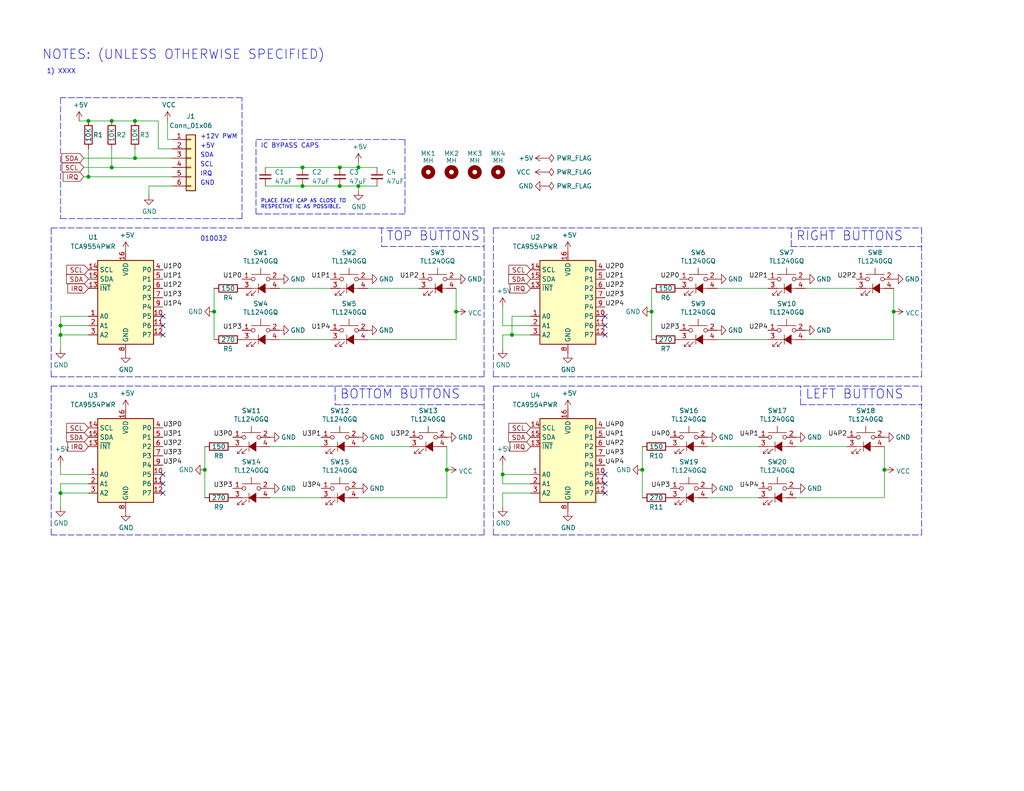
<source format=kicad_sch>
(kicad_sch (version 20231120) (generator "eeschema") (generator_version "8.0")
  (paper "A")
  (title_block (title "DDI Button Board") (date "2020-11-13") (rev "1") (company "OPENHORNET.COM") (comment 1 "CC BY-NC-SA"))
  (lib_symbols
    (symbol "Connector_Generic:Conn_01x06" (pin_names (offset 1.016) hide)
      (property "Reference" "J" (at 0 7.62 0))
      (property "Value" "Conn_01x06" (at 0 -10.16 0))
      (symbol "Conn_01x06_1_1"
        (rectangle (start -1.27 -7.493) (end 0 -7.747) (stroke (width 0.1524)))
        (rectangle (start -1.27 -4.953) (end 0 -5.207) (stroke (width 0.1524)))
        (rectangle (start -1.27 -2.413) (end 0 -2.667) (stroke (width 0.1524)))
        (rectangle (start -1.27 0.127) (end 0 -0.127) (stroke (width 0.1524)))
        (rectangle (start -1.27 2.667) (end 0 2.413) (stroke (width 0.1524)))
        (rectangle (start -1.27 5.207) (end 0 4.953) (stroke (width 0.1524)))
        (rectangle (start -1.27 6.35) (end 1.27 -8.89) (stroke (width 0.254)) (fill (type background)))
        (pin passive line (at -5.08 5.08 0) (length 3.81) (name "Pin_1") (number "1"))
        (pin passive line (at -5.08 2.54 0) (length 3.81) (name "Pin_2") (number "2"))
        (pin passive line (at -5.08 0 0) (length 3.81) (name "Pin_3") (number "3"))
        (pin passive line (at -5.08 -2.54 0) (length 3.81) (name "Pin_4") (number "4"))
        (pin passive line (at -5.08 -5.08 0) (length 3.81) (name "Pin_5") (number "5"))
        (pin passive line (at -5.08 -7.62 0) (length 3.81) (name "Pin_6") (number "6"))
      )
    )
    (symbol "Device:C_Small" (pin_numbers hide) (pin_names (offset 0.254) hide)
      (property "Reference" "C" (at 0.254 1.778 0))
      (property "Value" "C_Small" (at 0.254 -2.032 0))
      (symbol "C_Small_0_1"
        (polyline (pts (xy -1.524 -0.508) (xy 1.524 -0.508)) (stroke (width 0.3302)))
        (polyline (pts (xy -1.524 0.508) (xy 1.524 0.508)) (stroke (width 0.3048)))
      )
      (symbol "C_Small_1_1"
        (pin passive line (at 0 2.54 270) (length 2.032) (name "~") (number "1"))
        (pin passive line (at 0 -2.54 90) (length 2.032) (name "~") (number "2"))
      )
    )
    (symbol "Device:R" (pin_numbers hide) (pin_names (offset 0))
      (property "Reference" "R" (at 2.032 0 90))
      (property "Value" "R" (at 0 0 90))
      (symbol "R_0_1"
        (rectangle (start -1.016 -2.54) (end 1.016 2.54) (stroke (width 0.254)))
      )
      (symbol "R_1_1"
        (pin passive line (at 0 3.81 270) (length 1.27) (name "~") (number "1"))
        (pin passive line (at 0 -3.81 90) (length 1.27) (name "~") (number "2"))
      )
    )
    (symbol "Interface_Expansion:TCA9554PW"
      (property "Reference" "U" (at -7.62 11.43 0))
      (property "Value" "TCA9554PW" (at 2.54 11.43 0))
      (symbol "TCA9554PW_0_1"
        (rectangle (start -7.62 -12.7) (end 7.62 10.16) (stroke (width 0.254)) (fill (type background)))
      )
      (symbol "TCA9554PW_1_1"
        (pin input line (at -10.16 -5.08 0) (length 2.54) (name "A0") (number "1"))
        (pin bidirectional line (at 10.16 -5.08 180) (length 2.54) (name "P5") (number "10"))
        (pin bidirectional line (at 10.16 -7.62 180) (length 2.54) (name "P6") (number "11"))
        (pin bidirectional line (at 10.16 -10.16 180) (length 2.54) (name "P7") (number "12"))
        (pin open_collector line (at -10.16 2.54 0) (length 2.54) (name "~{INT}") (number "13"))
        (pin input line (at -10.16 7.62 0) (length 2.54) (name "SCL") (number "14"))
        (pin bidirectional line (at -10.16 5.08 0) (length 2.54) (name "SDA") (number "15"))
        (pin power_in line (at 0 12.7 270) (length 2.54) (name "VDD") (number "16"))
        (pin input line (at -10.16 -7.62 0) (length 2.54) (name "A1") (number "2"))
        (pin input line (at -10.16 -10.16 0) (length 2.54) (name "A2") (number "3"))
        (pin bidirectional line (at 10.16 7.62 180) (length 2.54) (name "P0") (number "4"))
        (pin bidirectional line (at 10.16 5.08 180) (length 2.54) (name "P1") (number "5"))
        (pin bidirectional line (at 10.16 2.54 180) (length 2.54) (name "P2") (number "6"))
        (pin bidirectional line (at 10.16 0 180) (length 2.54) (name "P3") (number "7"))
        (pin power_in line (at 0 -15.24 90) (length 2.54) (name "GND") (number "8"))
        (pin bidirectional line (at 10.16 -2.54 180) (length 2.54) (name "P4") (number "9"))
      )
    )
    (symbol "Mechanical:MountingHole" (pin_names (offset 1.016))
      (property "Reference" "H" (at 0 5.08 0))
      (property "Value" "MountingHole" (at 0 3.175 0))
      (symbol "MountingHole_0_1"
        (circle (center 0 0) (radius 1.27) (stroke (width 1.27)))
      )
    )
    (symbol "Switch:SW_Push_LED" (pin_names (offset 1.016) hide)
      (property "Reference" "SW" (at 0.635 5.715 0))
      (property "Value" "SW_Push_LED" (at 0 -3.175 0))
      (symbol "SW_Push_LED_0_0"
        (polyline (pts (xy -3.81 -1.905) (xy -2.54 -0.635)))
        (polyline (pts (xy -2.54 -1.905) (xy -1.27 -0.635)))
        (polyline (pts (xy -2.54 0) (xy 2.54 0)))
        (polyline (pts (xy -0.635 1.27) (xy -0.635 -1.27)))
        (polyline (pts (xy -3.81 -1.27) (xy -3.81 -1.905) (xy -3.175 -1.905)))
        (polyline (pts (xy -2.54 -1.27) (xy -2.54 -1.905) (xy -1.905 -1.905)))
        (polyline (pts (xy -0.635 0) (xy 1.27 1.27) (xy 1.27 -1.27) (xy -0.635 0)) (fill (type outline)))
      )
      (symbol "SW_Push_LED_0_1"
        (circle (center -2.032 2.54) (radius 0.508))
        (polyline (pts (xy 0 3.81) (xy 0 5.588)))
        (polyline (pts (xy 2.54 3.81) (xy -2.54 3.81)))
        (circle (center 2.032 2.54) (radius 0.508))
        (pin passive line (at -5.08 2.54 0) (length 2.54) (name "1") (number "1"))
        (pin passive line (at 5.08 2.54 180) (length 2.54) (name "2") (number "2"))
        (pin passive line (at -5.08 0 0) (length 2.54) (name "K") (number "3"))
        (pin passive line (at 5.08 0 180) (length 2.54) (name "A") (number "4"))
      )
    )
    (symbol "power:+5V" (power) (pin_names (offset 0))
      (property "Value" "+5V" (at 0 3.556 0))
      (symbol "+5V_0_1"
        (polyline (pts (xy -0.762 1.27) (xy 0 2.54)))
        (polyline (pts (xy 0 0) (xy 0 2.54)))
        (polyline (pts (xy 0 2.54) (xy 0.762 1.27)))
      )
      (symbol "+5V_1_1"
        (pin power_in line (at 0 0 90) (length 0) hide (name "+5V") (number "1"))
      )
    )
    (symbol "power:GND" (power) (pin_names (offset 0))
      (property "Value" "GND" (at 0 -3.81 0))
      (symbol "GND_0_1"
        (polyline (pts (xy 0 0) (xy 0 -1.27) (xy 1.27 -1.27) (xy 0 -2.54) (xy -1.27 -1.27) (xy 0 -1.27)))
      )
      (symbol "GND_1_1"
        (pin power_in line (at 0 0 270) (length 0) hide (name "GND") (number "1"))
      )
    )
    (symbol "power:PWR_FLAG" (power) (pin_numbers hide) (pin_names (offset 0) hide)
      (property "Value" "PWR_FLAG" (at 0 3.81 0))
      (symbol "PWR_FLAG_0_0"
        (pin power_out line (at 0 0 90) (length 0) (name "pwr") (number "1"))
      )
      (symbol "PWR_FLAG_0_1"
        (polyline (pts (xy 0 0) (xy 0 1.27) (xy -1.016 1.905) (xy 0 2.54) (xy 1.016 1.905) (xy 0 1.27)))
      )
    )
    (symbol "power:VCC" (power) (pin_names (offset 0))
      (property "Value" "VCC" (at 0 3.81 0))
      (symbol "VCC_0_1"
        (polyline (pts (xy -0.762 1.27) (xy 0 2.54)))
        (polyline (pts (xy 0 0) (xy 0 2.54)))
        (polyline (pts (xy 0 2.54) (xy 0.762 1.27)))
      )
      (symbol "VCC_1_1"
        (pin power_in line (at 0 0 90) (length 0) hide (name "VCC") (number "1"))
      )
    )
  )
  (junction (at 24.13 48.26))
  (junction (at 36.83 33.02))
  (junction (at 16.51 88.9))
  (junction (at 241.3 128.27))
  (junction (at 58.42 85.09))
  (junction (at 16.51 134.62))
  (junction (at 121.92 128.27))
  (junction (at 16.51 91.44))
  (junction (at 124.46 85.09))
  (junction (at 55.88 128.27))
  (junction (at 177.8 85.09))
  (junction (at 36.83 43.18))
  (junction (at 92.71 50.8))
  (junction (at 137.16 129.54))
  (junction (at 92.71 45.72))
  (junction (at 30.48 33.02))
  (junction (at 175.26 128.27))
  (junction (at 139.7 91.44))
  (junction (at 243.84 85.09))
  (junction (at 82.55 50.8))
  (junction (at 82.55 45.72))
  (junction (at 30.48 45.72))
  (junction (at 24.13 33.02))
  (junction (at 97.79 45.72))
  (junction (at 97.79 50.8))
  (no_connect (at 44.45 88.9))
  (no_connect (at 165.1 132.08))
  (no_connect (at 44.45 129.54))
  (no_connect (at 165.1 88.9))
  (no_connect (at 44.45 86.36))
  (no_connect (at 165.1 129.54))
  (no_connect (at 44.45 134.62))
  (no_connect (at 44.45 132.08))
  (no_connect (at 165.1 86.36))
  (no_connect (at 44.45 91.44))
  (no_connect (at 165.1 134.62))
  (no_connect (at 165.1 91.44))
  (wire (pts (xy 243.84 85.09) (xy 243.84 92.71)))
  (wire (pts (xy 24.13 132.08) (xy 16.51 132.08)))
  (wire (pts (xy 124.46 85.09) (xy 124.46 92.71)))
  (wire (pts (xy 16.51 88.9) (xy 16.51 91.44)))
  (wire (pts (xy 243.84 92.71) (xy 219.71 92.71)))
  (wire (pts (xy 92.71 45.72) (xy 97.79 45.72)))
  (wire (pts (xy 46.99 38.1) (xy 45.72 38.1)))
  (wire (pts (xy 241.3 121.92) (xy 241.3 128.27)))
  (polyline (pts (xy 134.62 105.41) (xy 251.46 105.41)) (stroke (width 0) (type dash)))
  (wire (pts (xy 16.51 134.62) (xy 16.51 138.43)))
  (polyline (pts (xy 13.97 105.41) (xy 132.08 105.41)) (stroke (width 0) (type dash)))
  (polyline (pts (xy 251.46 146.05) (xy 251.46 105.41)) (stroke (width 0) (type dash)))
  (wire (pts (xy 219.71 78.74) (xy 233.68 78.74)))
  (polyline (pts (xy 69.85 58.42) (xy 69.85 38.1)) (stroke (width 0) (type dash)))
  (wire (pts (xy 217.17 121.92) (xy 231.14 121.92)))
  (wire (pts (xy 124.46 92.71) (xy 100.33 92.71)))
  (polyline (pts (xy 66.04 26.67) (xy 16.51 26.67)) (stroke (width 0) (type dash)))
  (polyline (pts (xy 110.49 58.42) (xy 69.85 58.42)) (stroke (width 0) (type dash)))
  (wire (pts (xy 82.55 50.8) (xy 92.71 50.8)))
  (polyline (pts (xy 91.44 110.49) (xy 132.08 110.49)) (stroke (width 0) (type dash)))
  (polyline (pts (xy 69.85 38.1) (xy 110.49 38.1)) (stroke (width 0) (type dash)))
  (wire (pts (xy 144.78 134.62) (xy 137.16 134.62)))
  (wire (pts (xy 24.13 91.44) (xy 16.51 91.44)))
  (polyline (pts (xy 13.97 102.87) (xy 132.08 102.87)) (stroke (width 0) (type dash)))
  (wire (pts (xy 16.51 132.08) (xy 16.51 134.62)))
  (wire (pts (xy 40.64 50.8) (xy 46.99 50.8)))
  (polyline (pts (xy 218.44 110.49) (xy 218.44 105.41)) (stroke (width 0) (type dash)))
  (polyline (pts (xy 16.51 59.69) (xy 66.04 59.69)) (stroke (width 0) (type dash)))
  (wire (pts (xy 243.84 78.74) (xy 243.84 85.09)))
  (wire (pts (xy 24.13 134.62) (xy 16.51 134.62)))
  (wire (pts (xy 121.92 128.27) (xy 121.92 135.89)))
  (polyline (pts (xy 215.9 67.31) (xy 251.46 67.31)) (stroke (width 0) (type dash)))
  (wire (pts (xy 30.48 40.64) (xy 30.48 45.72)))
  (wire (pts (xy 21.59 33.02) (xy 24.13 33.02)))
  (wire (pts (xy 241.3 128.27) (xy 241.3 135.89)))
  (wire (pts (xy 144.78 91.44) (xy 139.7 91.44)))
  (wire (pts (xy 137.16 91.44) (xy 137.16 95.25)))
  (polyline (pts (xy 134.62 102.87) (xy 251.46 102.87)) (stroke (width 0) (type dash)))
  (wire (pts (xy 45.72 33.02) (xy 45.72 38.1)))
  (wire (pts (xy 97.79 121.92) (xy 111.76 121.92)))
  (wire (pts (xy 241.3 135.89) (xy 217.17 135.89)))
  (wire (pts (xy 36.83 33.02) (xy 43.18 33.02)))
  (polyline (pts (xy 104.14 67.31) (xy 132.08 67.31)) (stroke (width 0) (type dash)))
  (polyline (pts (xy 134.62 146.05) (xy 251.46 146.05)) (stroke (width 0) (type dash)))
  (wire (pts (xy 139.7 86.36) (xy 139.7 91.44)))
  (wire (pts (xy 55.88 121.92) (xy 55.88 128.27)))
  (wire (pts (xy 114.3 78.74) (xy 100.33 78.74)))
  (wire (pts (xy 36.83 43.18) (xy 22.86 43.18)))
  (wire (pts (xy 30.48 45.72) (xy 46.99 45.72)))
  (wire (pts (xy 36.83 43.18) (xy 46.99 43.18)))
  (wire (pts (xy 43.18 33.02) (xy 43.18 40.64)))
  (polyline (pts (xy 218.44 110.49) (xy 251.46 110.49)) (stroke (width 0) (type dash)))
  (wire (pts (xy 72.39 50.8) (xy 82.55 50.8)))
  (wire (pts (xy 121.92 121.92) (xy 121.92 128.27)))
  (wire (pts (xy 121.92 135.89) (xy 97.79 135.89)))
  (polyline (pts (xy 110.49 38.1) (xy 110.49 58.42)) (stroke (width 0) (type dash)))
  (polyline (pts (xy 66.04 59.69) (xy 66.04 26.67)) (stroke (width 0) (type dash)))
  (wire (pts (xy 175.26 121.92) (xy 175.26 128.27)))
  (wire (pts (xy 177.8 85.09) (xy 177.8 92.71)))
  (wire (pts (xy 30.48 45.72) (xy 22.86 45.72)))
  (wire (pts (xy 137.16 88.9) (xy 137.16 83.82)))
  (polyline (pts (xy 104.14 62.23) (xy 104.14 67.31)) (stroke (width 0) (type dash)))
  (wire (pts (xy 24.13 48.26) (xy 46.99 48.26)))
  (wire (pts (xy 209.55 92.71) (xy 195.58 92.71)))
  (polyline (pts (xy 132.08 146.05) (xy 132.08 105.41)) (stroke (width 0) (type dash)))
  (polyline (pts (xy 13.97 102.87) (xy 13.97 62.23)) (stroke (width 0) (type dash)))
  (wire (pts (xy 97.79 52.07) (xy 97.79 50.8)))
  (wire (pts (xy 58.42 85.09) (xy 58.42 92.71)))
  (wire (pts (xy 139.7 91.44) (xy 137.16 91.44)))
  (wire (pts (xy 24.13 40.64) (xy 24.13 48.26)))
  (wire (pts (xy 177.8 78.74) (xy 177.8 85.09)))
  (wire (pts (xy 36.83 43.18) (xy 36.83 40.64)))
  (polyline (pts (xy 91.44 105.41) (xy 91.44 110.49)) (stroke (width 0) (type dash)))
  (wire (pts (xy 137.16 132.08) (xy 137.16 129.54)))
  (wire (pts (xy 55.88 128.27) (xy 55.88 135.89)))
  (polyline (pts (xy 132.08 62.23) (xy 132.08 102.87)) (stroke (width 0) (type dash)))
  (wire (pts (xy 40.64 50.8) (xy 40.64 53.34)))
  (wire (pts (xy 16.51 91.44) (xy 16.51 95.25)))
  (wire (pts (xy 124.46 78.74) (xy 124.46 85.09)))
  (polyline (pts (xy 16.51 26.67) (xy 16.51 59.69)) (stroke (width 0) (type dash)))
  (wire (pts (xy 24.13 48.26) (xy 22.86 48.26)))
  (wire (pts (xy 24.13 86.36) (xy 16.51 86.36)))
  (wire (pts (xy 16.51 129.54) (xy 16.51 127)))
  (wire (pts (xy 46.99 40.64) (xy 43.18 40.64)))
  (wire (pts (xy 72.39 45.72) (xy 82.55 45.72)))
  (polyline (pts (xy 251.46 102.87) (xy 251.46 62.23)) (stroke (width 0) (type dash)))
  (polyline (pts (xy 215.9 67.31) (xy 215.9 62.23)) (stroke (width 0) (type dash)))
  (wire (pts (xy 193.04 121.92) (xy 207.01 121.92)))
  (wire (pts (xy 144.78 132.08) (xy 137.16 132.08)))
  (wire (pts (xy 76.2 92.71) (xy 90.17 92.71)))
  (wire (pts (xy 90.17 78.74) (xy 76.2 78.74)))
  (polyline (pts (xy 134.62 102.87) (xy 134.62 62.23)) (stroke (width 0) (type dash)))
  (wire (pts (xy 87.63 135.89) (xy 73.66 135.89)))
  (wire (pts (xy 16.51 86.36) (xy 16.51 88.9)))
  (wire (pts (xy 24.13 33.02) (xy 30.48 33.02)))
  (wire (pts (xy 195.58 78.74) (xy 209.55 78.74)))
  (wire (pts (xy 137.16 134.62) (xy 137.16 138.43)))
  (wire (pts (xy 92.71 50.8) (xy 97.79 50.8)))
  (wire (pts (xy 97.79 44.45) (xy 97.79 45.72)))
  (polyline (pts (xy 13.97 146.05) (xy 13.97 105.41)) (stroke (width 0) (type dash)))
  (wire (pts (xy 137.16 129.54) (xy 137.16 127)))
  (wire (pts (xy 30.48 33.02) (xy 36.83 33.02)))
  (polyline (pts (xy 134.62 146.05) (xy 134.62 105.41)) (stroke (width 0) (type dash)))
  (wire (pts (xy 58.42 78.74) (xy 58.42 85.09)))
  (polyline (pts (xy 134.62 62.23) (xy 251.46 62.23)) (stroke (width 0) (type dash)))
  (wire (pts (xy 82.55 45.72) (xy 92.71 45.72)))
  (wire (pts (xy 144.78 88.9) (xy 137.16 88.9)))
  (wire (pts (xy 144.78 129.54) (xy 137.16 129.54)))
  (wire (pts (xy 175.26 128.27) (xy 175.26 135.89)))
  (wire (pts (xy 144.78 86.36) (xy 139.7 86.36)))
  (wire (pts (xy 207.01 135.89) (xy 193.04 135.89)))
  (polyline (pts (xy 13.97 146.05) (xy 132.08 146.05)) (stroke (width 0) (type dash)))
  (wire (pts (xy 24.13 88.9) (xy 16.51 88.9)))
  (wire (pts (xy 97.79 45.72) (xy 102.87 45.72)))
  (wire (pts (xy 73.66 121.92) (xy 87.63 121.92)))
  (wire (pts (xy 97.79 50.8) (xy 102.87 50.8)))
  (polyline (pts (xy 13.97 62.23) (xy 132.08 62.23)) (stroke (width 0) (type dash)))
  (wire (pts (xy 24.13 129.54) (xy 16.51 129.54)))
  (text "RIGHT BUTTONS" (at 217.17 66.04 0) (effects (font (size 2.4892 2.4892)) (justify left bottom)))
  (text "+5V" (at 54.61 40.64 0) (effects (font (size 1.2446 1.2446)) (justify left bottom)))
  (text "010032" (at 54.61 66.04 0) (effects (font (size 1.27 1.27)) (justify left bottom)))
  (text "SCL" (at 54.61 45.72 0) (effects (font (size 1.2446 1.2446)) (justify left bottom)))
  (text "+12V PWM" (at 54.61 38.1 0) (effects (font (size 1.2446 1.2446)) (justify left bottom)))
  (text "1) XXXX" (at 12.7 20.32 0) (effects (font (size 1.27 1.27)) (justify left bottom)))
  (text "NOTES: (UNLESS OTHERWISE SPECIFIED)" (at 11.43 16.51 0) (effects (font (size 2.54 2.54)) (justify left bottom)))
  (text "TOP BUTTONS" (at 105.41 66.04 0) (effects (font (size 2.4892 2.4892)) (justify left bottom)))
  (text "PLACE EACH CAP AS CLOSE TO \nRESPECTIVE IC AS POSSIBLE." (at 71.12 57.15 0) (effects (font (size 0.9906 0.9906)) (justify left bottom)))
  (text "IC BYPASS CAPS" (at 71.12 40.64 0) (effects (font (size 1.27 1.27)) (justify left bottom)))
  (text "BOTTOM BUTTONS" (at 92.71 109.22 0) (effects (font (size 2.4892 2.4892)) (justify left bottom)))
  (text "SDA" (at 54.61 43.18 0) (effects (font (size 1.2446 1.2446)) (justify left bottom)))
  (text "IRQ" (at 54.61 48.26 0) (effects (font (size 1.2446 1.2446)) (justify left bottom)))
  (text "LEFT BUTTONS" (at 219.71 109.22 0) (effects (font (size 2.4892 2.4892)) (justify left bottom)))
  (text "GND" (at 54.61 50.8 0) (effects (font (size 1.2446 1.2446)) (justify left bottom)))
  (label "U4P4" (at 165.1 127 0))
  (label "U4P4" (at 207.01 133.35 180))
  (label "U3P0" (at 63.5 119.38 180))
  (label "U4P1" (at 165.1 119.38 0))
  (label "U4P3" (at 182.88 133.35 180))
  (label "U3P2" (at 111.76 119.38 180))
  (label "U4P1" (at 207.01 119.38 180))
  (label "U1P4" (at 44.45 83.82 0))
  (label "U2P1" (at 165.1 76.2 0))
  (label "U3P3" (at 63.5 133.35 180))
  (label "U3P0" (at 44.45 116.84 0))
  (label "U1P4" (at 90.17 90.17 180))
  (label "U2P3" (at 185.42 90.17 180))
  (label "U1P2" (at 114.3 76.2 180))
  (label "U2P0" (at 165.1 73.66 0))
  (label "U1P0" (at 44.45 73.66 0))
  (label "U3P4" (at 87.63 133.35 180))
  (label "U4P2" (at 231.14 119.38 180))
  (label "U4P2" (at 165.1 121.92 0))
  (label "U3P2" (at 44.45 121.92 0))
  (label "U3P3" (at 44.45 124.46 0))
  (label "U3P4" (at 44.45 127 0))
  (label "U4P3" (at 165.1 124.46 0))
  (label "U2P3" (at 165.1 81.28 0))
  (label "U4P0" (at 165.1 116.84 0))
  (label "U3P1" (at 44.45 119.38 0))
  (label "U2P4" (at 209.55 90.17 180))
  (label "U2P2" (at 233.68 76.2 180))
  (label "U1P1" (at 90.17 76.2 180))
  (label "U2P0" (at 185.42 76.2 180))
  (label "U1P3" (at 44.45 81.28 0))
  (label "U1P0" (at 66.04 76.2 180))
  (label "U4P0" (at 182.88 119.38 180))
  (label "U2P1" (at 209.55 76.2 180))
  (label "U2P4" (at 165.1 83.82 0))
  (label "U1P1" (at 44.45 76.2 0))
  (label "U2P2" (at 165.1 78.74 0))
  (label "U3P1" (at 87.63 119.38 180))
  (label "U1P3" (at 66.04 90.17 180))
  (label "U1P2" (at 44.45 78.74 0))
  (global_label "IRQ" (shape input) (at 144.78 78.74 180) (property "Intersheetrefs" "${INTERSHEET_REFS}" (effects (hide yes))))
  (global_label "SCL" (shape input) (at 24.13 116.84 180) (property "Intersheetrefs" "${INTERSHEET_REFS}" (effects (hide yes))))
  (global_label "IRQ" (shape input) (at 24.13 121.92 180) (property "Intersheetrefs" "${INTERSHEET_REFS}" (effects (hide yes))))
  (global_label "SDA" (shape input) (at 22.86 43.18 180) (property "Intersheetrefs" "${INTERSHEET_REFS}" (effects (hide yes))))
  (global_label "IRQ" (shape input) (at 24.13 78.74 180) (property "Intersheetrefs" "${INTERSHEET_REFS}" (effects (hide yes))))
  (global_label "SCL" (shape input) (at 24.13 73.66 180) (property "Intersheetrefs" "${INTERSHEET_REFS}" (effects (hide yes))))
  (global_label "SCL" (shape input) (at 144.78 116.84 180) (property "Intersheetrefs" "${INTERSHEET_REFS}" (effects (hide yes))))
  (global_label "IRQ" (shape input) (at 22.86 48.26 180) (property "Intersheetrefs" "${INTERSHEET_REFS}" (effects (hide yes))))
  (global_label "SCL" (shape input) (at 144.78 73.66 180) (property "Intersheetrefs" "${INTERSHEET_REFS}" (effects (hide yes))))
  (global_label "SDA" (shape input) (at 24.13 119.38 180) (property "Intersheetrefs" "${INTERSHEET_REFS}" (effects (hide yes))))
  (global_label "SDA" (shape input) (at 144.78 76.2 180) (property "Intersheetrefs" "${INTERSHEET_REFS}" (effects (hide yes))))
  (global_label "SCL" (shape input) (at 22.86 45.72 180) (property "Intersheetrefs" "${INTERSHEET_REFS}" (effects (hide yes))))
  (global_label "IRQ" (shape input) (at 144.78 121.92 180) (property "Intersheetrefs" "${INTERSHEET_REFS}" (effects (hide yes))))
  (global_label "SDA" (shape input) (at 144.78 119.38 180) (property "Intersheetrefs" "${INTERSHEET_REFS}" (effects (hide yes))))
  (global_label "SDA" (shape input) (at 24.13 76.2 180) (property "Intersheetrefs" "${INTERSHEET_REFS}" (effects (hide yes))))
  (symbol (lib_id "Mechanical:MountingHole") (at 116.84 46.99 0) (unit 1)
    (property "Reference" "MK1" (at 116.84 41.91 0))
    (property "Value" "MH" (at 116.84 43.815 0))
    (property "Footprint" "MountingHole:MountingHole_4.3mm_M4" (effects (hide yes)))
  )
  (symbol (lib_id "Mechanical:MountingHole") (at 123.19 46.99 0) (unit 1)
    (property "Reference" "MK2" (at 123.19 41.91 0))
    (property "Value" "MH" (at 123.19 43.815 0))
    (property "Footprint" "MountingHole:MountingHole_4.3mm_M4" (effects (hide yes)))
  )
  (symbol (lib_id "Mechanical:MountingHole") (at 129.54 46.99 0) (unit 1)
    (property "Reference" "MK3" (at 129.54 41.91 0))
    (property "Value" "MH" (at 129.54 43.815 0))
    (property "Footprint" "MountingHole:MountingHole_4.3mm_M4" (effects (hide yes)))
  )
  (symbol (lib_id "Mechanical:MountingHole") (at 135.89 46.99 0) (unit 1)
    (property "Reference" "MK4" (at 135.89 41.91 0))
    (property "Value" "MH" (at 135.89 43.815 0))
    (property "Footprint" "MountingHole:MountingHole_4.3mm_M4" (effects (hide yes)))
  )
  (symbol (lib_id "Interface_Expansion:TCA9554PW") (at 34.29 81.28 0) (unit 1)
    (property "Reference" "U1" (at 25.4 64.77 0))
    (property "Value" "TCA9554PWR" (at 25.4 67.31 0))
    (property "Footprint" "Package_SO:TSSOP-16_4.4x5mm_P0.65mm" (effects (hide yes)))
    (property "Datasheet" "https://datasheet.lcsc.com/szlcsc/2001050532_Texas-Instruments-TCA9554PWR_C477924.pdf" (effects (hide yes)))
    (property "LCSC" "C477924" (effects (hide yes)))
  )
  (symbol (lib_id "power:GND") (at 34.29 96.52 0) (unit 1)
    (property "Reference" "#PWR015" (effects (hide yes)))
    (property "Value" "GND" (at 34.417 100.9142 0))
  )
  (symbol (lib_id "power:+5V") (at 34.29 68.58 0) (unit 1)
    (property "Reference" "#PWR06" (effects (hide yes)))
    (property "Value" "+5V" (at 34.671 64.1858 0))
  )
  (symbol (lib_id "power:GND") (at 16.51 95.25 0) (unit 1)
    (property "Reference" "#PWR014" (effects (hide yes)))
    (property "Value" "GND" (at 16.637 99.6442 0))
  )
  (symbol (lib_id "power:GND") (at 154.94 96.52 0) (unit 1)
    (property "Reference" "#PWR026" (effects (hide yes)))
    (property "Value" "GND" (at 155.067 100.9142 0))
  )
  (symbol (lib_id "power:+5V") (at 154.94 68.58 0) (unit 1)
    (property "Reference" "#PWR016" (effects (hide yes)))
    (property "Value" "+5V" (at 155.321 64.1858 0))
  )
  (symbol (lib_id "power:+5V") (at 137.16 83.82 0) (unit 1)
    (property "Reference" "#PWR020" (effects (hide yes)))
    (property "Value" "+5V" (at 137.541 79.4258 0))
  )
  (symbol (lib_id "power:GND") (at 137.16 95.25 0) (unit 1)
    (property "Reference" "#PWR025" (effects (hide yes)))
    (property "Value" "GND" (at 137.287 99.6442 0))
  )
  (symbol (lib_id "power:GND") (at 34.29 139.7 0) (unit 1)
    (property "Reference" "#PWR037" (effects (hide yes)))
    (property "Value" "GND" (at 34.417 144.0942 0))
  )
  (symbol (lib_id "power:+5V") (at 34.29 111.76 0) (unit 1)
    (property "Reference" "#PWR027" (effects (hide yes)))
    (property "Value" "+5V" (at 34.671 107.3658 0))
  )
  (symbol (lib_id "power:+5V") (at 16.51 127 0) (unit 1)
    (property "Reference" "#PWR031" (effects (hide yes)))
    (property "Value" "+5V" (at 16.891 122.6058 0))
  )
  (symbol (lib_id "power:GND") (at 16.51 138.43 0) (unit 1)
    (property "Reference" "#PWR036" (effects (hide yes)))
    (property "Value" "GND" (at 16.637 142.8242 0))
  )
  (symbol (lib_id "power:GND") (at 154.94 139.7 0) (unit 1)
    (property "Reference" "#PWR048" (effects (hide yes)))
    (property "Value" "GND" (at 155.067 144.0942 0))
  )
  (symbol (lib_id "power:+5V") (at 154.94 111.76 0) (unit 1)
    (property "Reference" "#PWR038" (effects (hide yes)))
    (property "Value" "+5V" (at 155.321 107.3658 0))
  )
  (symbol (lib_id "power:+5V") (at 137.16 127 0) (unit 1)
    (property "Reference" "#PWR042" (effects (hide yes)))
    (property "Value" "+5V" (at 137.541 122.6058 0))
  )
  (symbol (lib_id "power:GND") (at 137.16 138.43 0) (unit 1)
    (property "Reference" "#PWR047" (effects (hide yes)))
    (property "Value" "GND" (at 137.287 142.8242 0))
  )
  (symbol (lib_id "Device:C_Small") (at 72.39 48.26 0) (unit 1)
    (property "Reference" "C1" (at 74.93 46.99 0) (effects (justify left)))
    (property "Value" "47uF" (at 74.93 49.53 0) (effects (justify left)))
    (property "Footprint" "Capacitor_SMD:C_1206_3216Metric" (effects (hide yes)))
    (property "Datasheet" "https://datasheet.lcsc.com/szlcsc/Samsung-Electro-Mechanics-CL31A476MPHNNNE_C96123.pdf" (effects (hide yes)))
    (property "PN" "CL31A476MPHNNNE" (effects (hide yes)))
    (property "LCSC" "C96123" (effects (hide yes)))
  )
  (symbol (lib_id "Interface_Expansion:TCA9554PW") (at 154.94 81.28 0) (unit 1)
    (property "Reference" "U2" (at 146.05 64.77 0))
    (property "Value" "TCA9554PWR" (at 146.05 67.31 0))
    (property "Footprint" "Package_SO:TSSOP-16_4.4x5mm_P0.65mm" (effects (hide yes)))
    (property "Datasheet" "https://datasheet.lcsc.com/szlcsc/2001050532_Texas-Instruments-TCA9554PWR_C477924.pdf" (effects (hide yes)))
    (property "LCSC" "C477924" (effects (hide yes)))
  )
  (symbol (lib_id "Interface_Expansion:TCA9554PW") (at 154.94 124.46 0) (unit 1)
    (property "Reference" "U4" (at 146.05 107.95 0))
    (property "Value" "TCA9554PWR" (at 146.05 110.49 0))
    (property "Footprint" "Package_SO:TSSOP-16_4.4x5mm_P0.65mm" (effects (hide yes)))
    (property "Datasheet" "https://datasheet.lcsc.com/szlcsc/2001050532_Texas-Instruments-TCA9554PWR_C477924.pdf" (effects (hide yes)))
    (property "LCSC" "C477924" (effects (hide yes)))
  )
  (symbol (lib_id "Interface_Expansion:TCA9554PW") (at 34.29 124.46 0) (unit 1)
    (property "Reference" "U3" (at 25.4 107.95 0))
    (property "Value" "TCA9554PWR" (at 25.4 110.49 0))
    (property "Footprint" "Package_SO:TSSOP-16_4.4x5mm_P0.65mm" (effects (hide yes)))
    (property "Datasheet" "https://datasheet.lcsc.com/szlcsc/2001050532_Texas-Instruments-TCA9554PWR_C477924.pdf" (effects (hide yes)))
    (property "LCSC" "C477924" (effects (hide yes)))
  )
  (symbol (lib_id "power:GND") (at 97.79 52.07 0) (unit 1)
    (property "Reference" "#PWR04" (effects (hide yes)))
    (property "Value" "GND" (at 97.917 56.4642 0))
  )
  (symbol (lib_id "power:+5V") (at 97.79 44.45 0) (unit 1)
    (property "Reference" "#PWR03" (effects (hide yes)))
    (property "Value" "+5V" (at 98.171 40.0558 0))
  )
  (symbol (lib_id "Switch:SW_Push_LED") (at 71.12 78.74 0) (unit 1)
    (property "Reference" "SW1" (at 71.12 68.961 0))
    (property "Value" "TL1240GQ" (at 71.12 71.2724 0))
    (property "Footprint" "KiCAD Libraries:TL1240GQ" (effects (hide yes)))
    (property "Datasheet" "http://spec_sheets.e-switch.com/specs/P010362.pdf" (effects (hide yes)))
    (property "PN" "TL1240GQ" (effects (hide yes)))
    (property "ALT PN" "LS601-CG" (effects (hide yes)))
    (property "ALT Datasheet" "https://www.alibaba.com/product-detail/6mm-momentary-dip-6x6-illuminated-tact_60755685240.html?spm=a2700.wholesale.deiletai6.3.3615ec45cdCdkr" (effects (hide yes)))
  )
  (symbol (lib_id "Switch:SW_Push_LED") (at 95.25 78.74 0) (unit 1)
    (property "Reference" "SW2" (at 95.25 68.961 0))
    (property "Value" "TL1240GQ" (at 95.25 71.2724 0))
    (property "Footprint" "KiCAD Libraries:TL1240GQ" (effects (hide yes)))
    (property "Datasheet" "http://spec_sheets.e-switch.com/specs/P010362.pdf" (effects (hide yes)))
    (property "PN" "TL1240GQ" (effects (hide yes)))
    (property "ALT PN" "LS601-CG" (effects (hide yes)))
    (property "ALT Datasheet" "https://www.alibaba.com/product-detail/6mm-momentary-dip-6x6-illuminated-tact_60755685240.html?spm=a2700.wholesale.deiletai6.3.3615ec45cdCdkr" (effects (hide yes)))
  )
  (symbol (lib_id "Switch:SW_Push_LED") (at 119.38 78.74 0) (unit 1)
    (property "Reference" "SW3" (at 119.38 68.961 0))
    (property "Value" "TL1240GQ" (at 119.38 71.2724 0))
    (property "Footprint" "KiCAD Libraries:TL1240GQ" (effects (hide yes)))
    (property "Datasheet" "http://spec_sheets.e-switch.com/specs/P010362.pdf" (effects (hide yes)))
    (property "PN" "TL1240GQ" (effects (hide yes)))
    (property "ALT PN" "LS601-CG" (effects (hide yes)))
    (property "ALT Datasheet" "https://www.alibaba.com/product-detail/6mm-momentary-dip-6x6-illuminated-tact_60755685240.html?spm=a2700.wholesale.deiletai6.3.3615ec45cdCdkr" (effects (hide yes)))
  )
  (symbol (lib_id "Switch:SW_Push_LED") (at 71.12 92.71 0) (unit 1)
    (property "Reference" "SW4" (at 71.12 82.931 0))
    (property "Value" "TL1240GQ" (at 71.12 85.2424 0))
    (property "Footprint" "KiCAD Libraries:TL1240GQ" (effects (hide yes)))
    (property "Datasheet" "http://spec_sheets.e-switch.com/specs/P010362.pdf" (effects (hide yes)))
    (property "PN" "TL1240GQ" (effects (hide yes)))
    (property "ALT PN" "LS601-CG" (effects (hide yes)))
    (property "ALT Datasheet" "https://www.alibaba.com/product-detail/6mm-momentary-dip-6x6-illuminated-tact_60755685240.html?spm=a2700.wholesale.deiletai6.3.3615ec45cdCdkr" (effects (hide yes)))
  )
  (symbol (lib_id "power:GND") (at 76.2 76.2 90) (unit 1)
    (property "Reference" "#PWR07" (effects (hide yes)))
    (property "Value" "GND" (at 81.28 76.2 90))
  )
  (symbol (lib_id "power:GND") (at 100.33 76.2 90) (unit 1)
    (property "Reference" "#PWR08" (effects (hide yes)))
    (property "Value" "GND" (at 105.41 76.2 90))
  )
  (symbol (lib_id "power:GND") (at 124.46 76.2 90) (unit 1)
    (property "Reference" "#PWR09" (effects (hide yes)))
    (property "Value" "GND" (at 129.54 76.2 90))
  )
  (symbol (lib_id "power:GND") (at 76.2 90.17 90) (unit 1)
    (property "Reference" "#PWR012" (effects (hide yes)))
    (property "Value" "GND" (at 81.28 90.17 90))
  )
  (symbol (lib_id "Switch:SW_Push_LED") (at 95.25 92.71 0) (unit 1)
    (property "Reference" "SW5" (at 95.25 82.931 0))
    (property "Value" "TL1240GQ" (at 95.25 85.2424 0))
    (property "Footprint" "KiCAD Libraries:TL1240GQ" (effects (hide yes)))
    (property "Datasheet" "http://spec_sheets.e-switch.com/specs/P010362.pdf" (effects (hide yes)))
    (property "PN" "TL1240GQ" (effects (hide yes)))
    (property "ALT PN" "LS601-CG" (effects (hide yes)))
    (property "ALT Datasheet" "https://www.alibaba.com/product-detail/6mm-momentary-dip-6x6-illuminated-tact_60755685240.html?spm=a2700.wholesale.deiletai6.3.3615ec45cdCdkr" (effects (hide yes)))
  )
  (symbol (lib_id "power:GND") (at 100.33 90.17 90) (unit 1)
    (property "Reference" "#PWR013" (effects (hide yes)))
    (property "Value" "GND" (at 105.41 90.17 90))
  )
  (symbol (lib_id "power:VCC") (at 124.46 85.09 270) (unit 1)
    (property "Reference" "#PWR011" (effects (hide yes)))
    (property "Value" "VCC" (at 127.7112 85.471 90) (effects (justify left)))
  )
  (symbol (lib_id "Device:R") (at 62.23 78.74 90) (unit 1)
    (property "Reference" "R4" (at 62.23 81.28 90))
    (property "Value" "150" (at 62.23 78.74 90))
    (property "Footprint" "Resistor_SMD:R_0402_1005Metric" (effects (hide yes)))
    (property "Datasheet" "https://datasheet.lcsc.com/szlcsc/Uniroyal-Elec-0402WGF1500TCE_C25082.pdf" (effects (hide yes)))
    (property "LCSC" "C25082" (effects (hide yes)))
  )
  (symbol (lib_id "Device:R") (at 62.23 92.71 90) (unit 1)
    (property "Reference" "R5" (at 62.23 95.25 90))
    (property "Value" "270" (at 62.23 92.71 90))
    (property "Footprint" "Resistor_SMD:R_0402_1005Metric" (effects (hide yes)))
    (property "Datasheet" "https://datasheet.lcsc.com/szlcsc/Uniroyal-Elec-0402WGF2700TCE_C25099.pdf" (effects (hide yes)))
    (property "LCSC" "C25099" (effects (hide yes)))
  )
  (symbol (lib_id "power:GND") (at 177.8 85.09 270) (unit 1)
    (property "Reference" "#PWR021" (effects (hide yes)))
    (property "Value" "GND" (at 172.72 85.09 90))
  )
  (symbol (lib_id "Device:R") (at 181.61 78.74 90) (unit 1)
    (property "Reference" "R6" (at 181.61 81.28 90))
    (property "Value" "150" (at 181.61 78.74 90))
    (property "Footprint" "Resistor_SMD:R_0402_1005Metric" (effects (hide yes)))
    (property "Datasheet" "https://datasheet.lcsc.com/szlcsc/Uniroyal-Elec-0402WGF1500TCE_C25082.pdf" (effects (hide yes)))
    (property "LCSC" "C25082" (effects (hide yes)))
  )
  (symbol (lib_id "Device:R") (at 181.61 92.71 90) (unit 1)
    (property "Reference" "R7" (at 181.61 95.25 90))
    (property "Value" "270" (at 181.61 92.71 90))
    (property "Footprint" "Resistor_SMD:R_0402_1005Metric" (effects (hide yes)))
    (property "Datasheet" "https://datasheet.lcsc.com/szlcsc/Uniroyal-Elec-0402WGF2700TCE_C25099.pdf" (effects (hide yes)))
    (property "LCSC" "C25099" (effects (hide yes)))
  )
  (symbol (lib_id "power:VCC") (at 243.84 85.09 270) (unit 1)
    (property "Reference" "#PWR022" (effects (hide yes)))
    (property "Value" "VCC" (at 247.0912 85.471 90) (effects (justify left)))
  )
  (symbol (lib_id "power:GND") (at 55.88 128.27 270) (unit 1)
    (property "Reference" "#PWR032" (effects (hide yes)))
    (property "Value" "GND" (at 50.8 128.27 90))
  )
  (symbol (lib_id "Device:R") (at 59.69 121.92 90) (unit 1)
    (property "Reference" "R8" (at 59.69 124.46 90))
    (property "Value" "150" (at 59.69 121.92 90))
    (property "Footprint" "Resistor_SMD:R_0402_1005Metric" (effects (hide yes)))
    (property "Datasheet" "https://datasheet.lcsc.com/szlcsc/Uniroyal-Elec-0402WGF1500TCE_C25082.pdf" (effects (hide yes)))
    (property "LCSC" "C25082" (effects (hide yes)))
  )
  (symbol (lib_id "Device:R") (at 59.69 135.89 90) (unit 1)
    (property "Reference" "R9" (at 59.69 138.43 90))
    (property "Value" "270" (at 59.69 135.89 90))
    (property "Footprint" "Resistor_SMD:R_0402_1005Metric" (effects (hide yes)))
    (property "Datasheet" "https://datasheet.lcsc.com/szlcsc/Uniroyal-Elec-0402WGF2700TCE_C25099.pdf" (effects (hide yes)))
    (property "LCSC" "C25099" (effects (hide yes)))
  )
  (symbol (lib_id "power:VCC") (at 121.92 128.27 270) (unit 1)
    (property "Reference" "#PWR033" (effects (hide yes)))
    (property "Value" "VCC" (at 125.1712 128.651 90) (effects (justify left)))
  )
  (symbol (lib_id "power:VCC") (at 241.3 128.27 270) (unit 1)
    (property "Reference" "#PWR044" (effects (hide yes)))
    (property "Value" "VCC" (at 244.5512 128.651 90) (effects (justify left)))
  )
  (symbol (lib_id "power:GND") (at 175.26 128.27 270) (unit 1)
    (property "Reference" "#PWR043" (effects (hide yes)))
    (property "Value" "GND" (at 170.18 128.27 90))
  )
  (symbol (lib_id "Device:R") (at 179.07 121.92 90) (unit 1)
    (property "Reference" "R10" (at 179.07 124.46 90))
    (property "Value" "150" (at 179.07 121.92 90))
    (property "Footprint" "Resistor_SMD:R_0402_1005Metric" (effects (hide yes)))
    (property "Datasheet" "https://datasheet.lcsc.com/szlcsc/Uniroyal-Elec-0402WGF1500TCE_C25082.pdf" (effects (hide yes)))
    (property "LCSC" "C25082" (effects (hide yes)))
  )
  (symbol (lib_id "Device:R") (at 179.07 135.89 90) (unit 1)
    (property "Reference" "R11" (at 179.07 138.43 90))
    (property "Value" "270" (at 179.07 135.89 90))
    (property "Footprint" "Resistor_SMD:R_0402_1005Metric" (effects (hide yes)))
    (property "Datasheet" "https://datasheet.lcsc.com/szlcsc/Uniroyal-Elec-0402WGF2700TCE_C25099.pdf" (effects (hide yes)))
    (property "LCSC" "C25099" (effects (hide yes)))
  )
  (symbol (lib_id "Connector_Generic:Conn_01x06") (at 52.07 43.18 0) (unit 1)
    (property "Reference" "J1" (at 52.07 31.75 0))
    (property "Value" "Conn_01x06" (at 52.07 34.29 0))
    (property "Footprint" "Connector_Molex:Molex_KK-254_AE-6410-06A_1x06_P2.54mm_Vertical" (effects (hide yes)))
    (property "Datasheet" "https://www.molex.com/pdm_docs/sd/022292061_sd.pdf" (effects (hide yes)))
    (property "PN" "22292061" (effects (hide yes)))
  )
  (symbol (lib_id "power:GND") (at 40.64 53.34 0) (unit 1)
    (property "Reference" "#PWR05" (effects (hide yes)))
    (property "Value" "GND" (at 40.767 57.7342 0))
  )
  (symbol (lib_id "power:+5V") (at 21.59 33.02 0) (unit 1)
    (property "Reference" "#PWR01" (effects (hide yes)))
    (property "Value" "+5V" (at 21.971 28.6258 0))
  )
  (symbol (lib_id "Device:R") (at 24.13 36.83 0) (unit 1)
    (property "Reference" "R1" (at 25.4 36.83 0) (effects (justify left)))
    (property "Value" "10K" (at 24.13 36.83 90))
    (property "Footprint" "Resistor_SMD:R_0603_1608Metric" (effects (hide yes)))
    (property "Datasheet" "https://datasheet.lcsc.com/szlcsc/1811062009_UNI-ROYAL-Uniroyal-Elec-0603WAF1002T5E_C25804.pdf" (effects (hide yes)))
    (property "LCSC" "C25804" (effects (hide yes)))
  )
  (symbol (lib_id "power:VCC") (at 45.72 33.02 0) (unit 1)
    (property "Reference" "#PWR02" (effects (hide yes)))
    (property "Value" "VCC" (at 46.101 28.6258 0))
  )
  (symbol (lib_id "Device:R") (at 30.48 36.83 0) (unit 1)
    (property "Reference" "R2" (at 31.75 36.83 0) (effects (justify left)))
    (property "Value" "10K" (at 30.48 36.83 90))
    (property "Footprint" "Resistor_SMD:R_0603_1608Metric" (effects (hide yes)))
    (property "Datasheet" "https://datasheet.lcsc.com/szlcsc/1811062009_UNI-ROYAL-Uniroyal-Elec-0603WAF1002T5E_C25804.pdf" (effects (hide yes)))
    (property "LCSC" "C25804" (effects (hide yes)))
  )
  (symbol (lib_id "Device:R") (at 36.83 36.83 0) (unit 1)
    (property "Reference" "R3" (at 38.1 36.83 0) (effects (justify left)))
    (property "Value" "10K" (at 36.83 36.83 90))
    (property "Footprint" "Resistor_SMD:R_0603_1608Metric" (effects (hide yes)))
    (property "Datasheet" "https://datasheet.lcsc.com/szlcsc/1811062009_UNI-ROYAL-Uniroyal-Elec-0603WAF1002T5E_C25804.pdf" (effects (hide yes)))
    (property "LCSC" "C25804" (effects (hide yes)))
  )
  (symbol (lib_id "Device:C_Small") (at 82.55 48.26 0) (unit 1)
    (property "Reference" "C2" (at 85.09 46.99 0) (effects (justify left)))
    (property "Value" "47uF" (at 85.09 49.53 0) (effects (justify left)))
    (property "Footprint" "Capacitor_SMD:C_1206_3216Metric" (effects (hide yes)))
    (property "Datasheet" "https://datasheet.lcsc.com/szlcsc/Samsung-Electro-Mechanics-CL31A476MPHNNNE_C96123.pdf" (effects (hide yes)))
    (property "PN" "CL31A476MPHNNNE" (effects (hide yes)))
    (property "LCSC" "C96123" (effects (hide yes)))
  )
  (symbol (lib_id "Device:C_Small") (at 92.71 48.26 0) (unit 1)
    (property "Reference" "C3" (at 95.25 46.99 0) (effects (justify left)))
    (property "Value" "47uF" (at 95.25 49.53 0) (effects (justify left)))
    (property "Footprint" "Capacitor_SMD:C_1206_3216Metric" (effects (hide yes)))
    (property "Datasheet" "https://datasheet.lcsc.com/szlcsc/Samsung-Electro-Mechanics-CL31A476MPHNNNE_C96123.pdf" (effects (hide yes)))
    (property "PN" "CL31A476MPHNNNE" (effects (hide yes)))
    (property "LCSC" "C96123" (effects (hide yes)))
  )
  (symbol (lib_id "Device:C_Small") (at 102.87 48.26 0) (unit 1)
    (property "Reference" "C4" (at 105.41 46.99 0) (effects (justify left)))
    (property "Value" "47uF" (at 105.41 49.53 0) (effects (justify left)))
    (property "Footprint" "Capacitor_SMD:C_1206_3216Metric" (effects (hide yes)))
    (property "Datasheet" "https://datasheet.lcsc.com/szlcsc/Samsung-Electro-Mechanics-CL31A476MPHNNNE_C96123.pdf" (effects (hide yes)))
    (property "PN" "CL31A476MPHNNNE" (effects (hide yes)))
    (property "LCSC" "C96123" (effects (hide yes)))
  )
  (symbol (lib_id "power:+5V") (at 148.59 43.18 90) (unit 1)
    (property "Reference" "#PWR0101" (effects (hide yes)))
    (property "Value" "+5V" (at 143.51 43.18 90))
  )
  (symbol (lib_id "power:VCC") (at 148.59 46.99 90) (unit 1)
    (property "Reference" "#PWR0102" (effects (hide yes)))
    (property "Value" "VCC" (at 144.78 46.99 90) (effects (justify left)))
  )
  (symbol (lib_id "power:GND") (at 148.59 50.8 270) (unit 1)
    (property "Reference" "#PWR0103" (effects (hide yes)))
    (property "Value" "GND" (at 143.51 50.8 90))
  )
  (symbol (lib_id "power:PWR_FLAG") (at 148.59 43.18 270) (unit 1)
    (property "Reference" "#FLG0101" (effects (hide yes)))
    (property "Value" "PWR_FLAG" (at 151.8412 43.18 90) (effects (justify left)))
  )
  (symbol (lib_id "power:PWR_FLAG") (at 148.59 46.99 270) (unit 1)
    (property "Reference" "#FLG0102" (effects (hide yes)))
    (property "Value" "PWR_FLAG" (at 151.8412 46.99 90) (effects (justify left)))
  )
  (symbol (lib_id "power:PWR_FLAG") (at 148.59 50.8 270) (unit 1)
    (property "Reference" "#FLG0103" (effects (hide yes)))
    (property "Value" "PWR_FLAG" (at 151.8412 50.8 90) (effects (justify left)))
  )
  (symbol (lib_id "Switch:SW_Push_LED") (at 190.5 78.74 0) (unit 1)
    (property "Reference" "SW6" (at 190.5 68.961 0))
    (property "Value" "TL1240GQ" (at 190.5 71.2724 0))
    (property "Footprint" "KiCAD Libraries:TL1240GQ" (effects (hide yes)))
    (property "Datasheet" "http://spec_sheets.e-switch.com/specs/P010362.pdf" (effects (hide yes)))
    (property "PN" "TL1240GQ" (effects (hide yes)))
    (property "ALT PN" "LS601-CG" (effects (hide yes)))
    (property "ALT Datasheet" "https://www.alibaba.com/product-detail/6mm-momentary-dip-6x6-illuminated-tact_60755685240.html?spm=a2700.wholesale.deiletai6.3.3615ec45cdCdkr" (effects (hide yes)))
  )
  (symbol (lib_id "Switch:SW_Push_LED") (at 214.63 78.74 0) (unit 1)
    (property "Reference" "SW7" (at 214.63 68.961 0))
    (property "Value" "TL1240GQ" (at 214.63 71.2724 0))
    (property "Footprint" "KiCAD Libraries:TL1240GQ" (effects (hide yes)))
    (property "Datasheet" "http://spec_sheets.e-switch.com/specs/P010362.pdf" (effects (hide yes)))
    (property "PN" "TL1240GQ" (effects (hide yes)))
    (property "ALT PN" "LS601-CG" (effects (hide yes)))
    (property "ALT Datasheet" "https://www.alibaba.com/product-detail/6mm-momentary-dip-6x6-illuminated-tact_60755685240.html?spm=a2700.wholesale.deiletai6.3.3615ec45cdCdkr" (effects (hide yes)))
  )
  (symbol (lib_id "Switch:SW_Push_LED") (at 238.76 78.74 0) (unit 1)
    (property "Reference" "SW8" (at 238.76 68.961 0))
    (property "Value" "TL1240GQ" (at 238.76 71.2724 0))
    (property "Footprint" "KiCAD Libraries:TL1240GQ" (effects (hide yes)))
    (property "Datasheet" "http://spec_sheets.e-switch.com/specs/P010362.pdf" (effects (hide yes)))
    (property "PN" "TL1240GQ" (effects (hide yes)))
    (property "ALT PN" "LS601-CG" (effects (hide yes)))
    (property "ALT Datasheet" "https://www.alibaba.com/product-detail/6mm-momentary-dip-6x6-illuminated-tact_60755685240.html?spm=a2700.wholesale.deiletai6.3.3615ec45cdCdkr" (effects (hide yes)))
  )
  (symbol (lib_id "Switch:SW_Push_LED") (at 190.5 92.71 0) (unit 1)
    (property "Reference" "SW9" (at 190.5 82.931 0))
    (property "Value" "TL1240GQ" (at 190.5 85.2424 0))
    (property "Footprint" "KiCAD Libraries:TL1240GQ" (effects (hide yes)))
    (property "Datasheet" "http://spec_sheets.e-switch.com/specs/P010362.pdf" (effects (hide yes)))
    (property "PN" "TL1240GQ" (effects (hide yes)))
    (property "ALT PN" "LS601-CG" (effects (hide yes)))
    (property "ALT Datasheet" "https://www.alibaba.com/product-detail/6mm-momentary-dip-6x6-illuminated-tact_60755685240.html?spm=a2700.wholesale.deiletai6.3.3615ec45cdCdkr" (effects (hide yes)))
  )
  (symbol (lib_id "power:GND") (at 195.58 76.2 90) (unit 1)
    (property "Reference" "#PWR017" (effects (hide yes)))
    (property "Value" "GND" (at 200.66 76.2 90))
  )
  (symbol (lib_id "power:GND") (at 219.71 76.2 90) (unit 1)
    (property "Reference" "#PWR018" (effects (hide yes)))
    (property "Value" "GND" (at 224.79 76.2 90))
  )
  (symbol (lib_id "power:GND") (at 243.84 76.2 90) (unit 1)
    (property "Reference" "#PWR019" (effects (hide yes)))
    (property "Value" "GND" (at 248.92 76.2 90))
  )
  (symbol (lib_id "power:GND") (at 195.58 90.17 90) (unit 1)
    (property "Reference" "#PWR023" (effects (hide yes)))
    (property "Value" "GND" (at 200.66 90.17 90))
  )
  (symbol (lib_id "Switch:SW_Push_LED") (at 214.63 92.71 0) (unit 1)
    (property "Reference" "SW10" (at 214.63 82.931 0))
    (property "Value" "TL1240GQ" (at 214.63 85.2424 0))
    (property "Footprint" "KiCAD Libraries:TL1240GQ" (effects (hide yes)))
    (property "Datasheet" "http://spec_sheets.e-switch.com/specs/P010362.pdf" (effects (hide yes)))
    (property "PN" "TL1240GQ" (effects (hide yes)))
    (property "ALT PN" "LS601-CG" (effects (hide yes)))
    (property "ALT Datasheet" "https://www.alibaba.com/product-detail/6mm-momentary-dip-6x6-illuminated-tact_60755685240.html?spm=a2700.wholesale.deiletai6.3.3615ec45cdCdkr" (effects (hide yes)))
  )
  (symbol (lib_id "power:GND") (at 219.71 90.17 90) (unit 1)
    (property "Reference" "#PWR024" (effects (hide yes)))
    (property "Value" "GND" (at 224.79 90.17 90))
  )
  (symbol (lib_id "Switch:SW_Push_LED") (at 68.58 121.92 0) (unit 1)
    (property "Reference" "SW11" (at 68.58 112.141 0))
    (property "Value" "TL1240GQ" (at 68.58 114.4524 0))
    (property "Footprint" "KiCAD Libraries:TL1240GQ" (effects (hide yes)))
    (property "Datasheet" "http://spec_sheets.e-switch.com/specs/P010362.pdf" (effects (hide yes)))
    (property "PN" "TL1240GQ" (effects (hide yes)))
    (property "ALT PN" "LS601-CG" (effects (hide yes)))
    (property "ALT Datasheet" "https://www.alibaba.com/product-detail/6mm-momentary-dip-6x6-illuminated-tact_60755685240.html?spm=a2700.wholesale.deiletai6.3.3615ec45cdCdkr" (effects (hide yes)))
  )
  (symbol (lib_id "Switch:SW_Push_LED") (at 92.71 121.92 0) (unit 1)
    (property "Reference" "SW12" (at 92.71 112.141 0))
    (property "Value" "TL1240GQ" (at 92.71 114.4524 0))
    (property "Footprint" "KiCAD Libraries:TL1240GQ" (effects (hide yes)))
    (property "Datasheet" "http://spec_sheets.e-switch.com/specs/P010362.pdf" (effects (hide yes)))
    (property "PN" "TL1240GQ" (effects (hide yes)))
    (property "ALT PN" "LS601-CG" (effects (hide yes)))
    (property "ALT Datasheet" "https://www.alibaba.com/product-detail/6mm-momentary-dip-6x6-illuminated-tact_60755685240.html?spm=a2700.wholesale.deiletai6.3.3615ec45cdCdkr" (effects (hide yes)))
  )
  (symbol (lib_id "Switch:SW_Push_LED") (at 116.84 121.92 0) (unit 1)
    (property "Reference" "SW13" (at 116.84 112.141 0))
    (property "Value" "TL1240GQ" (at 116.84 114.4524 0))
    (property "Footprint" "KiCAD Libraries:TL1240GQ" (effects (hide yes)))
    (property "Datasheet" "http://spec_sheets.e-switch.com/specs/P010362.pdf" (effects (hide yes)))
    (property "PN" "TL1240GQ" (effects (hide yes)))
    (property "ALT PN" "LS601-CG" (effects (hide yes)))
    (property "ALT Datasheet" "https://www.alibaba.com/product-detail/6mm-momentary-dip-6x6-illuminated-tact_60755685240.html?spm=a2700.wholesale.deiletai6.3.3615ec45cdCdkr" (effects (hide yes)))
  )
  (symbol (lib_id "Switch:SW_Push_LED") (at 68.58 135.89 0) (unit 1)
    (property "Reference" "SW14" (at 68.58 126.111 0))
    (property "Value" "TL1240GQ" (at 68.58 128.4224 0))
    (property "Footprint" "KiCAD Libraries:TL1240GQ" (effects (hide yes)))
    (property "Datasheet" "http://spec_sheets.e-switch.com/specs/P010362.pdf" (effects (hide yes)))
    (property "PN" "TL1240GQ" (effects (hide yes)))
    (property "ALT PN" "LS601-CG" (effects (hide yes)))
    (property "ALT Datasheet" "https://www.alibaba.com/product-detail/6mm-momentary-dip-6x6-illuminated-tact_60755685240.html?spm=a2700.wholesale.deiletai6.3.3615ec45cdCdkr" (effects (hide yes)))
  )
  (symbol (lib_id "power:GND") (at 73.66 119.38 90) (unit 1)
    (property "Reference" "#PWR028" (effects (hide yes)))
    (property "Value" "GND" (at 78.74 119.38 90))
  )
  (symbol (lib_id "power:GND") (at 97.79 119.38 90) (unit 1)
    (property "Reference" "#PWR029" (effects (hide yes)))
    (property "Value" "GND" (at 102.87 119.38 90))
  )
  (symbol (lib_id "power:GND") (at 121.92 119.38 90) (unit 1)
    (property "Reference" "#PWR030" (effects (hide yes)))
    (property "Value" "GND" (at 127 119.38 90))
  )
  (symbol (lib_id "power:GND") (at 73.66 133.35 90) (unit 1)
    (property "Reference" "#PWR034" (effects (hide yes)))
    (property "Value" "GND" (at 78.74 133.35 90))
  )
  (symbol (lib_id "Switch:SW_Push_LED") (at 92.71 135.89 0) (unit 1)
    (property "Reference" "SW15" (at 92.71 126.111 0))
    (property "Value" "TL1240GQ" (at 92.71 128.4224 0))
    (property "Footprint" "KiCAD Libraries:TL1240GQ" (effects (hide yes)))
    (property "Datasheet" "http://spec_sheets.e-switch.com/specs/P010362.pdf" (effects (hide yes)))
    (property "PN" "TL1240GQ" (effects (hide yes)))
    (property "ALT PN" "LS601-CG" (effects (hide yes)))
    (property "ALT Datasheet" "https://www.alibaba.com/product-detail/6mm-momentary-dip-6x6-illuminated-tact_60755685240.html?spm=a2700.wholesale.deiletai6.3.3615ec45cdCdkr" (effects (hide yes)))
  )
  (symbol (lib_id "power:GND") (at 97.79 133.35 90) (unit 1)
    (property "Reference" "#PWR035" (effects (hide yes)))
    (property "Value" "GND" (at 102.87 133.35 90))
  )
  (symbol (lib_id "Switch:SW_Push_LED") (at 187.96 121.92 0) (unit 1)
    (property "Reference" "SW16" (at 187.96 112.141 0))
    (property "Value" "TL1240GQ" (at 187.96 114.4524 0))
    (property "Footprint" "KiCAD Libraries:TL1240GQ" (effects (hide yes)))
    (property "Datasheet" "http://spec_sheets.e-switch.com/specs/P010362.pdf" (effects (hide yes)))
    (property "PN" "TL1240GQ" (effects (hide yes)))
    (property "ALT PN" "LS601-CG" (effects (hide yes)))
    (property "ALT Datasheet" "https://www.alibaba.com/product-detail/6mm-momentary-dip-6x6-illuminated-tact_60755685240.html?spm=a2700.wholesale.deiletai6.3.3615ec45cdCdkr" (effects (hide yes)))
  )
  (symbol (lib_id "Switch:SW_Push_LED") (at 212.09 121.92 0) (unit 1)
    (property "Reference" "SW17" (at 212.09 112.141 0))
    (property "Value" "TL1240GQ" (at 212.09 114.4524 0))
    (property "Footprint" "KiCAD Libraries:TL1240GQ" (effects (hide yes)))
    (property "Datasheet" "http://spec_sheets.e-switch.com/specs/P010362.pdf" (effects (hide yes)))
    (property "PN" "TL1240GQ" (effects (hide yes)))
    (property "ALT PN" "LS601-CG" (effects (hide yes)))
    (property "ALT Datasheet" "https://www.alibaba.com/product-detail/6mm-momentary-dip-6x6-illuminated-tact_60755685240.html?spm=a2700.wholesale.deiletai6.3.3615ec45cdCdkr" (effects (hide yes)))
  )
  (symbol (lib_id "Switch:SW_Push_LED") (at 236.22 121.92 0) (unit 1)
    (property "Reference" "SW18" (at 236.22 112.141 0))
    (property "Value" "TL1240GQ" (at 236.22 114.4524 0))
    (property "Footprint" "KiCAD Libraries:TL1240GQ" (effects (hide yes)))
    (property "Datasheet" "http://spec_sheets.e-switch.com/specs/P010362.pdf" (effects (hide yes)))
    (property "PN" "TL1240GQ" (effects (hide yes)))
    (property "ALT PN" "LS601-CG" (effects (hide yes)))
    (property "ALT Datasheet" "https://www.alibaba.com/product-detail/6mm-momentary-dip-6x6-illuminated-tact_60755685240.html?spm=a2700.wholesale.deiletai6.3.3615ec45cdCdkr" (effects (hide yes)))
  )
  (symbol (lib_id "Switch:SW_Push_LED") (at 187.96 135.89 0) (unit 1)
    (property "Reference" "SW19" (at 187.96 126.111 0))
    (property "Value" "TL1240GQ" (at 187.96 128.4224 0))
    (property "Footprint" "KiCAD Libraries:TL1240GQ" (effects (hide yes)))
    (property "Datasheet" "http://spec_sheets.e-switch.com/specs/P010362.pdf" (effects (hide yes)))
    (property "PN" "TL1240GQ" (effects (hide yes)))
    (property "ALT PN" "LS601-CG" (effects (hide yes)))
    (property "ALT Datasheet" "https://www.alibaba.com/product-detail/6mm-momentary-dip-6x6-illuminated-tact_60755685240.html?spm=a2700.wholesale.deiletai6.3.3615ec45cdCdkr" (effects (hide yes)))
  )
  (symbol (lib_id "power:GND") (at 193.04 119.38 90) (unit 1)
    (property "Reference" "#PWR039" (effects (hide yes)))
    (property "Value" "GND" (at 198.12 119.38 90))
  )
  (symbol (lib_id "power:GND") (at 217.17 119.38 90) (unit 1)
    (property "Reference" "#PWR040" (effects (hide yes)))
    (property "Value" "GND" (at 222.25 119.38 90))
  )
  (symbol (lib_id "power:GND") (at 241.3 119.38 90) (unit 1)
    (property "Reference" "#PWR041" (effects (hide yes)))
    (property "Value" "GND" (at 246.38 119.38 90))
  )
  (symbol (lib_id "power:GND") (at 193.04 133.35 90) (unit 1)
    (property "Reference" "#PWR045" (effects (hide yes)))
    (property "Value" "GND" (at 198.12 133.35 90))
  )
  (symbol (lib_id "Switch:SW_Push_LED") (at 212.09 135.89 0) (unit 1)
    (property "Reference" "SW20" (at 212.09 126.111 0))
    (property "Value" "TL1240GQ" (at 212.09 128.4224 0))
    (property "Footprint" "KiCAD Libraries:TL1240GQ" (effects (hide yes)))
    (property "Datasheet" "http://spec_sheets.e-switch.com/specs/P010362.pdf" (effects (hide yes)))
    (property "PN" "TL1240GQ" (effects (hide yes)))
    (property "ALT PN" "LS601-CG" (effects (hide yes)))
    (property "ALT Datasheet" "https://www.alibaba.com/product-detail/6mm-momentary-dip-6x6-illuminated-tact_60755685240.html?spm=a2700.wholesale.deiletai6.3.3615ec45cdCdkr" (effects (hide yes)))
  )
  (symbol (lib_id "power:GND") (at 217.17 133.35 90) (unit 1)
    (property "Reference" "#PWR046" (effects (hide yes)))
    (property "Value" "GND" (at 222.25 133.35 90))
  )
  (symbol (lib_id "power:GND") (at 58.42 85.09 270) (unit 1)
    (property "Reference" "#PWR010" (effects (hide yes)))
    (property "Value" "GND" (at 53.34 85.09 90))
  )
)
</source>
